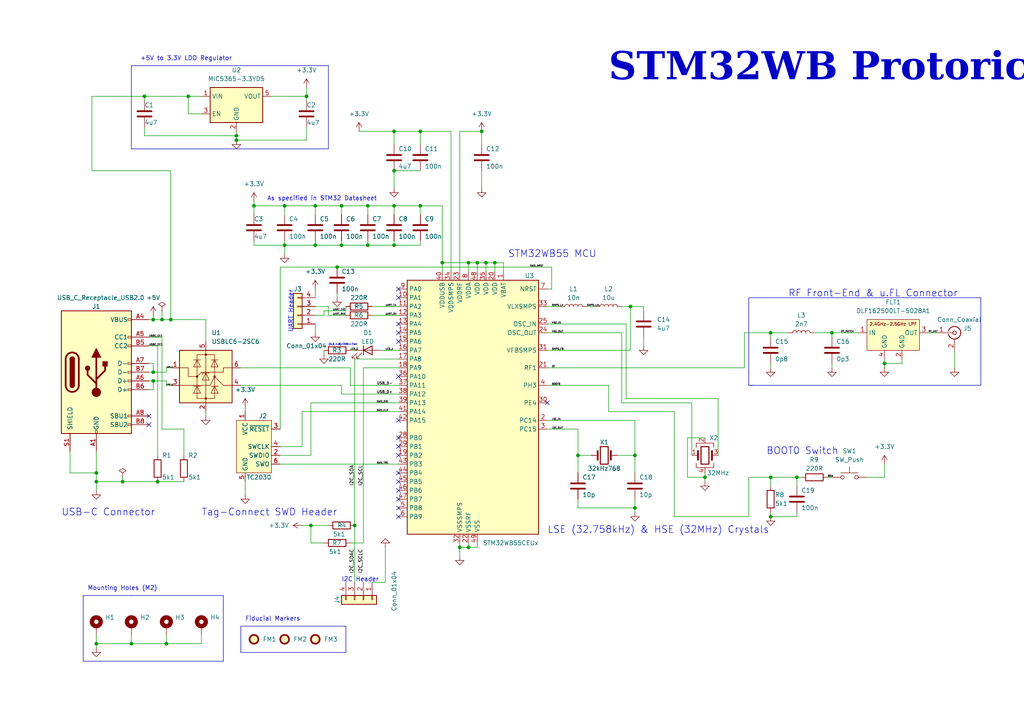
<source format=kicad_sch>
(kicad_sch (version 20230121) (generator eeschema)
  (paper "A4")
  (title_block (title "STM32 Protorico") (date "03/04/2024") (rev "A") (company "Justerico Industries"))
  (lib_symbols
    (symbol "Connector:Conn_ARM_SWD_TagConnect_TC2030" (in_bom no)
      (property "Reference" "J" (at 2.54 11.43 0))
      (property "Value" "Conn_ARM_SWD_TagConnect_TC2030" (at 5.08 8.89 0))
      (symbol "Conn_ARM_SWD_TagConnect_TC2030_0_0"
        (pin power_in line (at -2.54 10.16 270) (length 2.54) (name "VCC") (number "1"))
        (pin bidirectional line (at 7.62 -2.54 180) (length 2.54) (name "SWDIO") (number "2"))
        (pin open_collector line (at 7.62 5.08 180) (length 2.54) (name "~{RESET}") (number "3"))
        (pin output line (at 7.62 0 180) (length 2.54) (name "SWCLK") (number "4"))
        (pin power_in line (at -2.54 -10.16 90) (length 2.54) (name "GND") (number "5"))
        (pin input line (at 7.62 -5.08 180) (length 2.54) (name "SWO") (number "6"))
      )
    )
    (symbol "Connector:Conn_Coaxial" (pin_names (offset 1.016) hide)
      (property "Reference" "J" (at 0.254 3.048 0))
      (property "Value" "Conn_Coaxial" (at 2.921 0 90))
      (symbol "Conn_Coaxial_1_1"
        (pin passive line (at -5.08 0 0) (length 2.54) (name "In") (number "1"))
        (pin passive line (at 0 -5.08 90) (length 2.54) (name "Ext") (number "2"))
      )
    )
    (symbol "Connector:USB_C_Receptacle_USB2.0" (pin_names (offset 1.016))
      (property "Reference" "J" (at -10.16 19.05 0))
      (property "Value" "USB_C_Receptacle_USB2.0" (at 19.05 19.05 0))
      (symbol "USB_C_Receptacle_USB2.0_1_1"
        (pin passive line (at 0 -22.86 90) (length 5.08) (name "GND") (number "A1"))
        (pin passive line (at 0 -22.86 90) (length 5.08) hide (name "GND") (number "A12"))
        (pin passive line (at 15.24 15.24 180) (length 5.08) (name "VBUS") (number "A4"))
        (pin bidirectional line (at 15.24 10.16 180) (length 5.08) (name "CC1") (number "A5"))
        (pin bidirectional line (at 15.24 -2.54 180) (length 5.08) (name "D+") (number "A6"))
        (pin bidirectional line (at 15.24 2.54 180) (length 5.08) (name "D-") (number "A7"))
        (pin bidirectional line (at 15.24 -12.7 180) (length 5.08) (name "SBU1") (number "A8"))
        (pin passive line (at 15.24 15.24 180) (length 5.08) hide (name "VBUS") (number "A9"))
        (pin passive line (at 0 -22.86 90) (length 5.08) hide (name "GND") (number "B1"))
        (pin passive line (at 0 -22.86 90) (length 5.08) hide (name "GND") (number "B12"))
        (pin passive line (at 15.24 15.24 180) (length 5.08) hide (name "VBUS") (number "B4"))
        (pin bidirectional line (at 15.24 7.62 180) (length 5.08) (name "CC2") (number "B5"))
        (pin bidirectional line (at 15.24 -5.08 180) (length 5.08) (name "D+") (number "B6"))
        (pin bidirectional line (at 15.24 0 180) (length 5.08) (name "D-") (number "B7"))
        (pin bidirectional line (at 15.24 -15.24 180) (length 5.08) (name "SBU2") (number "B8"))
        (pin passive line (at 15.24 15.24 180) (length 5.08) hide (name "VBUS") (number "B9"))
        (pin passive line (at -7.62 -22.86 90) (length 5.08) (name "SHIELD") (number "S1"))
      )
    )
    (symbol "Connector_Generic:Conn_01x04" (pin_names (offset 1.016) hide)
      (property "Reference" "J" (at 0 5.08 0))
      (property "Value" "Conn_01x04" (at 0 -7.62 0))
      (symbol "Conn_01x04_1_1"
        (pin passive line (at -5.08 2.54 0) (length 3.81) (name "Pin_1") (number "1"))
        (pin passive line (at -5.08 0 0) (length 3.81) (name "Pin_2") (number "2"))
        (pin passive line (at -5.08 -2.54 0) (length 3.81) (name "Pin_3") (number "3"))
        (pin passive line (at -5.08 -5.08 0) (length 3.81) (name "Pin_4") (number "4"))
      )
    )
    (symbol "Device:C" (pin_numbers hide) (pin_names (offset 0.254))
      (property "Reference" "C" (at 0.635 2.54 0))
      (property "Value" "C" (at 0.635 -2.54 0))
      (symbol "C_1_1"
        (pin passive line (at 0 3.81 270) (length 2.794) (name "~") (number "1"))
        (pin passive line (at 0 -3.81 90) (length 2.794) (name "~") (number "2"))
      )
    )
    (symbol "Device:Crystal" (pin_numbers hide) (pin_names (offset 1.016) hide)
      (property "Reference" "Y" (at 0 3.81 0))
      (property "Value" "Crystal" (at 0 -3.81 0))
      (symbol "Crystal_1_1"
        (pin passive line (at -3.81 0 0) (length 1.27) (name "1") (number "1"))
        (pin passive line (at 3.81 0 180) (length 1.27) (name "2") (number "2"))
      )
    )
    (symbol "Device:Crystal_GND24" (pin_names (offset 1.016) hide)
      (property "Reference" "Y" (at 3.175 5.08 0))
      (property "Value" "Crystal_GND24" (at 3.175 3.175 0))
      (symbol "Crystal_GND24_1_1"
        (pin passive line (at -3.81 0 0) (length 1.27) (name "1") (number "1"))
        (pin passive line (at 0 5.08 270) (length 1.27) (name "2") (number "2"))
        (pin passive line (at 3.81 0 180) (length 1.27) (name "3") (number "3"))
        (pin passive line (at 0 -5.08 90) (length 1.27) (name "4") (number "4"))
      )
    )
    (symbol "Device:L" (pin_numbers hide) (pin_names (offset 1.016) hide)
      (property "Reference" "L" (at -1.27 0 90))
      (property "Value" "L" (at 1.905 0 90))
      (symbol "L_1_1"
        (pin passive line (at 0 3.81 270) (length 1.27) (name "1") (number "1"))
        (pin passive line (at 0 -3.81 90) (length 1.27) (name "2") (number "2"))
      )
    )
    (symbol "Device:LED" (pin_numbers hide) (pin_names (offset 1.016) hide)
      (property "Reference" "D" (at 0 2.54 0))
      (property "Value" "LED" (at 0 -2.54 0))
      (symbol "LED_1_1"
        (pin passive line (at -3.81 0 0) (length 2.54) (name "K") (number "1"))
        (pin passive line (at 3.81 0 180) (length 2.54) (name "A") (number "2"))
      )
    )
    (symbol "Device:R" (pin_numbers hide) (pin_names (offset 0))
      (property "Reference" "R" (at 2.032 0 90))
      (property "Value" "R" (at 0 0 90))
      (symbol "R_1_1"
        (pin passive line (at 0 3.81 270) (length 1.27) (name "~") (number "1"))
        (pin passive line (at 0 -3.81 90) (length 1.27) (name "~") (number "2"))
      )
    )
    (symbol "MCU_ST_STM32WB:STM32WB55CEUx"
      (property "Reference" "U" (at -17.78 39.37 0))
      (property "Value" "STM32WB55CEUx" (at 12.7 39.37 0))
      (symbol "STM32WB55CEUx_1_1"
        (pin power_in line (at -7.62 40.64 270) (length 2.54) (name "VBAT") (number "1"))
        (pin bidirectional line (at 22.86 33.02 180) (length 2.54) (name "PA1") (number "10"))
        (pin bidirectional line (at 22.86 30.48 180) (length 2.54) (name "PA2") (number "11"))
        (pin bidirectional line (at 22.86 27.94 180) (length 2.54) (name "PA3") (number "12"))
        (pin bidirectional line (at 22.86 25.4 180) (length 2.54) (name "PA4") (number "13"))
        (pin bidirectional line (at 22.86 22.86 180) (length 2.54) (name "PA5") (number "14"))
        (pin bidirectional line (at 22.86 20.32 180) (length 2.54) (name "PA6") (number "15"))
        (pin bidirectional line (at 22.86 17.78 180) (length 2.54) (name "PA7") (number "16"))
        (pin bidirectional line (at 22.86 15.24 180) (length 2.54) (name "PA8") (number "17"))
        (pin bidirectional line (at 22.86 12.7 180) (length 2.54) (name "PA9") (number "18"))
        (pin bidirectional line (at 22.86 -12.7 180) (length 2.54) (name "PB2") (number "19"))
        (pin bidirectional line (at -20.32 -2.54 0) (length 2.54) (name "PC14") (number "2"))
        (pin power_in line (at -5.08 40.64 270) (length 2.54) (name "VDD") (number "20"))
        (pin bidirectional line (at -20.32 12.7 0) (length 2.54) (name "RF1") (number "21"))
        (pin power_in line (at 2.54 -38.1 90) (length 2.54) (name "VSSRF") (number "22"))
        (pin power_in line (at 5.08 40.64 270) (length 2.54) (name "VDDRF") (number "23"))
        (pin input line (at -20.32 22.86 0) (length 2.54) (name "OSC_OUT") (number "24"))
        (pin input line (at -20.32 25.4 0) (length 2.54) (name "OSC_IN") (number "25"))
        (pin no_connect line (at -17.78 -35.56 0) (length 2.54) hide (name "AT0") (number "26"))
        (pin no_connect line (at -17.78 -33.02 0) (length 2.54) hide (name "AT1") (number "27"))
        (pin bidirectional line (at 22.86 -7.62 180) (length 2.54) (name "PB0") (number "28"))
        (pin bidirectional line (at 22.86 -10.16 180) (length 2.54) (name "PB1") (number "29"))
        (pin bidirectional line (at -20.32 -5.08 0) (length 2.54) (name "PC15") (number "3"))
        (pin bidirectional line (at -20.32 2.54 0) (length 2.54) (name "PE4") (number "30"))
        (pin input line (at -20.32 17.78 0) (length 2.54) (name "VFBSMPS") (number "31"))
        (pin power_in line (at 5.08 -38.1 90) (length 2.54) (name "VSSSMPS") (number "32"))
        (pin power_in line (at -20.32 30.48 0) (length 2.54) (name "VLXSMPS") (number "33"))
        (pin power_in line (at 7.62 40.64 270) (length 2.54) (name "VDDSMPS") (number "34"))
        (pin power_in line (at -2.54 40.64 270) (length 2.54) (name "VDD") (number "35"))
        (pin bidirectional line (at 22.86 10.16 180) (length 2.54) (name "PA10") (number "36"))
        (pin bidirectional line (at 22.86 7.62 180) (length 2.54) (name "PA11") (number "37"))
        (pin bidirectional line (at 22.86 5.08 180) (length 2.54) (name "PA12") (number "38"))
        (pin bidirectional line (at 22.86 2.54 180) (length 2.54) (name "PA13") (number "39"))
        (pin bidirectional line (at -20.32 7.62 0) (length 2.54) (name "PH3") (number "4"))
        (pin power_in line (at 10.16 40.64 270) (length 2.54) (name "VDDUSB") (number "40"))
        (pin bidirectional line (at 22.86 0 180) (length 2.54) (name "PA14") (number "41"))
        (pin bidirectional line (at 22.86 -2.54 180) (length 2.54) (name "PA15") (number "42"))
        (pin bidirectional line (at 22.86 -15.24 180) (length 2.54) (name "PB3") (number "43"))
        (pin bidirectional line (at 22.86 -17.78 180) (length 2.54) (name "PB4") (number "44"))
        (pin bidirectional line (at 22.86 -20.32 180) (length 2.54) (name "PB5") (number "45"))
        (pin bidirectional line (at 22.86 -22.86 180) (length 2.54) (name "PB6") (number "46"))
        (pin bidirectional line (at 22.86 -25.4 180) (length 2.54) (name "PB7") (number "47"))
        (pin power_in line (at 0 40.64 270) (length 2.54) (name "VDD") (number "48"))
        (pin power_in line (at 0 -38.1 90) (length 2.54) (name "VSS") (number "49"))
        (pin bidirectional line (at 22.86 -27.94 180) (length 2.54) (name "PB8") (number "5"))
        (pin bidirectional line (at 22.86 -30.48 180) (length 2.54) (name "PB9") (number "6"))
        (pin input line (at -20.32 35.56 0) (length 2.54) (name "NRST") (number "7"))
        (pin power_in line (at 2.54 40.64 270) (length 2.54) (name "VDDA") (number "8"))
        (pin bidirectional line (at 22.86 35.56 180) (length 2.54) (name "PA0") (number "9"))
      )
    )
    (symbol "Mechanical:Fiducial"
      (property "Reference" "FID" (at 0 5.08 0))
      (property "Value" "Fiducial" (at 0 3.175 0))
    )
    (symbol "Mechanical:MountingHole_Pad" (pin_numbers hide) (pin_names (offset 1.016) hide)
      (property "Reference" "H" (at 0 6.35 0))
      (property "Value" "MountingHole_Pad" (at 0 4.445 0))
      (symbol "MountingHole_Pad_1_1"
        (pin input line (at 0 -2.54 90) (length 2.54) (name "1") (number "1"))
      )
    )
    (symbol "Regulator_Linear:MIC5365-3.3YD5"
      (property "Reference" "U" (at -7.62 6.35 0))
      (property "Value" "MIC5365-3.3YD5" (at 0 6.35 0))
      (symbol "MIC5365-3.3YD5_1_1"
        (pin power_in line (at -10.16 2.54 0) (length 2.54) (name "VIN") (number "1"))
        (pin power_in line (at 0 -7.62 90) (length 2.54) (name "GND") (number "2"))
        (pin input line (at -10.16 -2.54 0) (length 2.54) (name "EN") (number "3"))
        (pin no_connect line (at 7.62 -2.54 180) (length 2.54) hide (name "NC") (number "4"))
        (pin power_out line (at 10.16 2.54 180) (length 2.54) (name "VOUT") (number "5"))
      )
    )
    (symbol "STM_MCU:DLF162500LT-5028A1"
      (property "Reference" "FLT" (at 0 3.81 0))
      (property "Value" "DLF162500LT-5028A1" (at 0 10.16 0))
      (symbol "DLF162500LT-5028A1_0_0"
        (pin passive line (at -10.16 -1.27 0) (length 2.54) (name "IN") (number "1"))
        (pin passive line (at 2.54 -8.89 90) (length 2.54) (name "GND") (number "2"))
        (pin passive line (at 10.16 -1.27 180) (length 2.54) (name "OUT") (number "3"))
        (pin passive line (at -2.54 -8.89 90) (length 2.54) (name "GND") (number "4"))
      )
      (symbol "DLF162500LT-5028A1_1_1"
        (text "2.4GHz-2.5GHz LPF" (at 0 1.27 0) (effects (font (size 0.9 0.9))))
      )
    )
    (symbol "STM_MCU:USBLC6-2SC6" (pin_names hide)
      (property "Reference" "U" (at 2.54 8.89 0))
      (property "Value" "USBLC6-2SC6" (at 2.54 -8.89 0))
      (symbol "USBLC6-2SC6_1_1"
        (pin passive line (at -10.16 2.54 0) (length 2.54) (name "I/O1") (number "1"))
        (pin passive line (at 0 -10.16 90) (length 2.54) (name "GND") (number "2"))
        (pin passive line (at -10.16 -2.54 0) (length 2.54) (name "I/O2") (number "3"))
        (pin passive line (at 10.16 -2.54 180) (length 2.54) (name "I/O2") (number "4"))
        (pin passive line (at 0 10.16 270) (length 2.54) (name "VBUS") (number "5"))
        (pin passive line (at 10.16 2.54 180) (length 2.54) (name "I/O1") (number "6"))
      )
    )
    (symbol "Switch:SW_Push" (pin_numbers hide) (pin_names (offset 1.016) hide)
      (property "Reference" "SW" (at 1.27 2.54 0))
      (property "Value" "SW_Push" (at 0 -1.524 0))
      (symbol "SW_Push_0_1"
        (pin passive line (at -5.08 0 0) (length 2.54) (name "1") (number "1"))
        (pin passive line (at 5.08 0 180) (length 2.54) (name "2") (number "2"))
      )
    )
    (symbol "power:+3.3V" (power) (pin_names (offset 0))
      (property "Value" "+3.3V" (at 0 3.556 0))
      (symbol "+3.3V_1_1"
        (pin power_in line (at 0 0 90) (length 0) hide (name "+3.3V") (number "1"))
      )
    )
    (symbol "power:+5V" (power) (pin_names (offset 0))
      (property "Value" "+5V" (at 0 3.556 0))
      (symbol "+5V_1_1"
        (pin power_in line (at 0 0 90) (length 0) hide (name "+5V") (number "1"))
      )
    )
    (symbol "power:GND" (power) (pin_names (offset 0))
      (property "Value" "GND" (at 0 -3.81 0))
      (symbol "GND_1_1"
        (pin power_in line (at 0 0 270) (length 0) hide (name "GND") (number "1"))
      )
    )
    (symbol "power:PWR_FLAG" (power) (pin_numbers hide) (pin_names (offset 0) hide)
      (property "Value" "PWR_FLAG" (at 0 3.81 0))
      (symbol "PWR_FLAG_0_0"
        (pin power_out line (at 0 0 90) (length 0) (name "pwr") (number "1"))
      )
    )
  )
  (junction (at 140.97 76.2))
  (junction (at 73.66 59.69))
  (junction (at 97.79 77.47))
  (junction (at 68.58 40.64))
  (junction (at 90.17 152.4))
  (junction (at 223.52 149.86))
  (junction (at 121.92 38.1))
  (junction (at 46.99 92.71))
  (junction (at 38.1 186.69))
  (junction (at 138.43 76.2))
  (junction (at 106.68 59.69))
  (junction (at 44.45 110.49))
  (junction (at 106.68 71.12))
  (junction (at 45.72 139.7))
  (junction (at 223.52 138.43))
  (junction (at 82.55 59.69))
  (junction (at 114.3 38.1))
  (junction (at 49.53 92.71))
  (junction (at 241.3 96.52))
  (junction (at 91.44 59.69))
  (junction (at 135.89 76.2))
  (junction (at 128.27 76.2))
  (junction (at 135.89 158.75))
  (junction (at 184.15 147.32))
  (junction (at 256.54 105.41))
  (junction (at 91.44 71.12))
  (junction (at 143.51 76.2))
  (junction (at 114.3 59.69))
  (junction (at 48.26 186.69))
  (junction (at 167.64 132.08))
  (junction (at 54.61 27.94))
  (junction (at 35.56 139.7))
  (junction (at 68.58 39.37))
  (junction (at 139.7 38.1))
  (junction (at 204.47 138.43))
  (junction (at 27.94 139.7))
  (junction (at 99.06 59.69))
  (junction (at 121.92 59.69))
  (junction (at 223.52 96.52))
  (junction (at 182.88 88.9))
  (junction (at 44.45 107.95))
  (junction (at 231.14 138.43))
  (junction (at 133.35 158.75))
  (junction (at 27.94 137.16))
  (junction (at 114.3 49.53))
  (junction (at 184.15 132.08))
  (junction (at 82.55 71.12))
  (junction (at 99.06 71.12))
  (junction (at 88.9 27.94))
  (junction (at 27.94 186.69))
  (junction (at 102.87 152.4))
  (junction (at 41.91 27.94))
  (junction (at 44.45 92.71))
  (junction (at 114.3 71.12))
  (no_connect (at 115.57 149.86))
  (no_connect (at 115.57 93.98))
  (no_connect (at 43.18 120.65))
  (no_connect (at 115.57 86.36))
  (no_connect (at 115.57 137.16))
  (no_connect (at 115.57 144.78))
  (no_connect (at 115.57 142.24))
  (no_connect (at 158.75 116.84))
  (no_connect (at 115.57 96.52))
  (no_connect (at 115.57 99.06))
  (no_connect (at 43.18 123.19))
  (no_connect (at 115.57 127))
  (no_connect (at 115.57 139.7))
  (no_connect (at 115.57 147.32))
  (no_connect (at 115.57 129.54))
  (no_connect (at 115.57 83.82))
  (no_connect (at 115.57 109.22))
  (no_connect (at 115.57 121.92))
  (no_connect (at 115.57 132.08))
  (polyline (pts (xy 69.85 181.61) (xy 100.33 181.61)))
  (wire (pts (xy 91.44 69.85) (xy 91.44 71.12)))
  (wire (pts (xy 158.75 111.76) (xy 176.53 111.76)))
  (wire (pts (xy 99.06 62.23) (xy 99.06 59.69)))
  (wire (pts (xy 95.25 88.9) (xy 91.44 88.9)))
  (polyline (pts (xy 64.77 191.77) (xy 24.13 191.77)))
  (wire (pts (xy 48.26 106.68) (xy 49.53 106.68)))
  (wire (pts (xy 146.05 78.74) (xy 146.05 76.2)))
  (wire (pts (xy 240.03 138.43) (xy 241.3 138.43)))
  (wire (pts (xy 44.45 105.41) (xy 44.45 107.95)))
  (wire (pts (xy 121.92 38.1) (xy 130.81 38.1)))
  (wire (pts (xy 133.35 38.1) (xy 139.7 38.1)))
  (wire (pts (xy 81.28 134.62) (xy 115.57 134.62)))
  (wire (pts (xy 138.43 76.2) (xy 135.89 76.2)))
  (wire (pts (xy 27.94 139.7) (xy 27.94 142.24)))
  (wire (pts (xy 99.06 69.85) (xy 99.06 71.12)))
  (wire (pts (xy 130.81 38.1) (xy 130.81 78.74)))
  (wire (pts (xy 59.69 119.38) (xy 59.69 120.65)))
  (wire (pts (xy 43.18 113.03) (xy 44.45 113.03)))
  (wire (pts (xy 58.42 33.02) (xy 54.61 33.02)))
  (wire (pts (xy 138.43 158.75) (xy 138.43 157.48)))
  (wire (pts (xy 87.63 129.54) (xy 87.63 119.38)))
  (wire (pts (xy 179.07 132.08) (xy 184.15 132.08)))
  (wire (pts (xy 54.61 33.02) (xy 54.61 27.94)))
  (wire (pts (xy 195.58 119.38) (xy 195.58 149.86)))
  (wire (pts (xy 100.33 91.44) (xy 95.25 91.44)))
  (wire (pts (xy 121.92 41.91) (xy 121.92 38.1)))
  (polyline (pts (xy 217.17 86.36) (xy 217.17 111.76)))
  (wire (pts (xy 46.99 92.71) (xy 49.53 92.71)))
  (polyline (pts (xy 95.25 43.18) (xy 95.25 19.05)))
  (wire (pts (xy 38.1 186.69) (xy 27.94 186.69)))
  (wire (pts (xy 91.44 62.23) (xy 91.44 59.69)))
  (wire (pts (xy 49.53 92.71) (xy 49.53 49.53)))
  (wire (pts (xy 114.3 59.69) (xy 121.92 59.69)))
  (wire (pts (xy 107.95 91.44) (xy 115.57 91.44)))
  (wire (pts (xy 99.06 111.76) (xy 69.85 111.76)))
  (wire (pts (xy 48.26 186.69) (xy 38.1 186.69)))
  (wire (pts (xy 46.99 90.17) (xy 46.99 92.71)))
  (wire (pts (xy 204.47 138.43) (xy 204.47 139.7)))
  (wire (pts (xy 82.55 59.69) (xy 91.44 59.69)))
  (wire (pts (xy 90.17 116.84) (xy 115.57 116.84)))
  (wire (pts (xy 269.24 96.52) (xy 271.78 96.52)))
  (wire (pts (xy 58.42 184.15) (xy 58.42 186.69)))
  (wire (pts (xy 88.9 25.4) (xy 88.9 27.94)))
  (wire (pts (xy 82.55 71.12) (xy 91.44 71.12)))
  (wire (pts (xy 41.91 27.94) (xy 41.91 29.21)))
  (wire (pts (xy 208.28 115.57) (xy 208.28 132.08)))
  (wire (pts (xy 97.79 85.09) (xy 97.79 86.36)))
  (wire (pts (xy 41.91 36.83) (xy 41.91 39.37)))
  (wire (pts (xy 184.15 147.32) (xy 184.15 148.59)))
  (wire (pts (xy 54.61 27.94) (xy 58.42 27.94)))
  (wire (pts (xy 71.12 118.11) (xy 71.12 119.38)))
  (wire (pts (xy 167.64 144.78) (xy 167.64 147.32)))
  (wire (pts (xy 101.6 111.76) (xy 101.6 106.68)))
  (wire (pts (xy 114.3 49.53) (xy 121.92 49.53)))
  (wire (pts (xy 105.41 106.68) (xy 105.41 157.48)))
  (wire (pts (xy 114.3 62.23) (xy 114.3 59.69)))
  (wire (pts (xy 186.69 88.9) (xy 186.69 90.17)))
  (polyline (pts (xy 100.33 189.23) (xy 100.33 181.61)))
  (wire (pts (xy 46.99 124.46) (xy 46.99 97.79)))
  (wire (pts (xy 143.51 78.74) (xy 143.51 76.2)))
  (wire (pts (xy 182.88 88.9) (xy 186.69 88.9)))
  (wire (pts (xy 158.75 96.52) (xy 180.34 96.52)))
  (polyline (pts (xy 284.48 111.76) (xy 284.48 86.36)))
  (polyline (pts (xy 95.25 19.05) (xy 38.1 19.05)))
  (polyline (pts (xy 38.1 19.05) (xy 38.1 43.18)))
  (wire (pts (xy 27.94 139.7) (xy 35.56 139.7)))
  (wire (pts (xy 93.98 101.6) (xy 93.98 102.87)))
  (wire (pts (xy 121.92 59.69) (xy 128.27 59.69)))
  (wire (pts (xy 48.26 184.15) (xy 48.26 186.69)))
  (wire (pts (xy 160.02 83.82) (xy 160.02 77.47)))
  (wire (pts (xy 176.53 119.38) (xy 195.58 119.38)))
  (wire (pts (xy 223.52 105.41) (xy 223.52 106.68)))
  (wire (pts (xy 251.46 138.43) (xy 256.54 138.43)))
  (wire (pts (xy 181.61 93.98) (xy 181.61 115.57)))
  (polyline (pts (xy 24.13 172.72) (xy 38.1 172.72)))
  (wire (pts (xy 256.54 104.14) (xy 256.54 105.41)))
  (wire (pts (xy 27.94 184.15) (xy 27.94 186.69)))
  (wire (pts (xy 138.43 78.74) (xy 138.43 76.2)))
  (wire (pts (xy 101.6 157.48) (xy 105.41 157.48)))
  (wire (pts (xy 167.64 147.32) (xy 184.15 147.32)))
  (wire (pts (xy 204.47 138.43) (xy 199.39 138.43)))
  (wire (pts (xy 135.89 157.48) (xy 135.89 158.75)))
  (wire (pts (xy 236.22 96.52) (xy 241.3 96.52)))
  (wire (pts (xy 87.63 119.38) (xy 115.57 119.38)))
  (wire (pts (xy 73.66 62.23) (xy 73.66 59.69)))
  (wire (pts (xy 81.28 132.08) (xy 90.17 132.08)))
  (wire (pts (xy 115.57 106.68) (xy 105.41 106.68)))
  (wire (pts (xy 101.6 111.76) (xy 115.57 111.76)))
  (polyline (pts (xy 39.37 43.18) (xy 95.25 43.18)))
  (wire (pts (xy 91.44 71.12) (xy 99.06 71.12)))
  (wire (pts (xy 93.98 157.48) (xy 90.17 157.48)))
  (wire (pts (xy 140.97 76.2) (xy 138.43 76.2)))
  (wire (pts (xy 104.14 38.1) (xy 114.3 38.1)))
  (wire (pts (xy 95.25 91.44) (xy 95.25 88.9)))
  (wire (pts (xy 128.27 59.69) (xy 128.27 76.2)))
  (wire (pts (xy 82.55 62.23) (xy 82.55 59.69)))
  (wire (pts (xy 48.26 110.49) (xy 48.26 111.76)))
  (wire (pts (xy 215.9 96.52) (xy 223.52 96.52)))
  (wire (pts (xy 100.33 90.17) (xy 100.33 88.9)))
  (wire (pts (xy 158.75 83.82) (xy 160.02 83.82)))
  (wire (pts (xy 114.3 69.85) (xy 114.3 71.12)))
  (wire (pts (xy 41.91 39.37) (xy 68.58 39.37)))
  (wire (pts (xy 73.66 71.12) (xy 82.55 71.12)))
  (wire (pts (xy 276.86 101.6) (xy 276.86 106.68)))
  (wire (pts (xy 195.58 149.86) (xy 217.17 149.86)))
  (wire (pts (xy 97.79 77.47) (xy 160.02 77.47)))
  (wire (pts (xy 73.66 58.42) (xy 73.66 59.69)))
  (wire (pts (xy 111.76 168.91) (xy 111.76 158.75)))
  (wire (pts (xy 69.85 106.68) (xy 101.6 106.68)))
  (wire (pts (xy 48.26 107.95) (xy 44.45 107.95)))
  (wire (pts (xy 43.18 92.71) (xy 44.45 92.71)))
  (wire (pts (xy 81.28 77.47) (xy 97.79 77.47)))
  (wire (pts (xy 184.15 121.92) (xy 184.15 132.08)))
  (wire (pts (xy 106.68 62.23) (xy 106.68 59.69)))
  (polyline (pts (xy 69.85 189.23) (xy 100.33 189.23)))
  (wire (pts (xy 170.18 88.9) (xy 172.72 88.9)))
  (wire (pts (xy 158.75 121.92) (xy 184.15 121.92)))
  (wire (pts (xy 45.72 139.7) (xy 53.34 139.7)))
  (wire (pts (xy 35.56 138.43) (xy 35.56 139.7)))
  (wire (pts (xy 184.15 132.08) (xy 184.15 137.16)))
  (wire (pts (xy 82.55 69.85) (xy 82.55 71.12)))
  (wire (pts (xy 48.26 111.76) (xy 49.53 111.76)))
  (wire (pts (xy 53.34 124.46) (xy 46.99 124.46)))
  (wire (pts (xy 135.89 78.74) (xy 135.89 76.2)))
  (wire (pts (xy 26.67 27.94) (xy 41.91 27.94)))
  (wire (pts (xy 158.75 88.9) (xy 162.56 88.9)))
  (wire (pts (xy 115.57 104.14) (xy 102.87 104.14)))
  (wire (pts (xy 82.55 71.12) (xy 82.55 73.66)))
  (wire (pts (xy 88.9 29.21) (xy 88.9 27.94)))
  (polyline (pts (xy 24.13 191.77) (xy 24.13 172.72)))
  (wire (pts (xy 167.64 124.46) (xy 167.64 132.08)))
  (wire (pts (xy 133.35 157.48) (xy 133.35 158.75)))
  (wire (pts (xy 199.39 127) (xy 204.47 127)))
  (wire (pts (xy 158.75 93.98) (xy 181.61 93.98)))
  (wire (pts (xy 90.17 152.4) (xy 95.25 152.4)))
  (wire (pts (xy 87.63 152.4) (xy 90.17 152.4)))
  (wire (pts (xy 91.44 59.69) (xy 99.06 59.69)))
  (wire (pts (xy 90.17 132.08) (xy 90.17 116.84)))
  (wire (pts (xy 90.17 157.48) (xy 90.17 152.4)))
  (wire (pts (xy 184.15 147.32) (xy 184.15 144.78)))
  (polyline (pts (xy 217.17 86.36) (xy 284.48 86.36)))
  (wire (pts (xy 107.95 88.9) (xy 115.57 88.9)))
  (wire (pts (xy 38.1 184.15) (xy 38.1 186.69)))
  (wire (pts (xy 59.69 92.71) (xy 59.69 99.06)))
  (wire (pts (xy 102.87 104.14) (xy 102.87 152.4)))
  (wire (pts (xy 223.52 96.52) (xy 223.52 97.79)))
  (wire (pts (xy 114.3 38.1) (xy 114.3 41.91)))
  (wire (pts (xy 261.62 104.14) (xy 261.62 105.41)))
  (wire (pts (xy 133.35 78.74) (xy 133.35 38.1)))
  (wire (pts (xy 93.98 91.44) (xy 93.98 90.17)))
  (wire (pts (xy 121.92 62.23) (xy 121.92 59.69)))
  (polyline (pts (xy 64.77 172.72) (xy 64.77 191.77)))
  (wire (pts (xy 106.68 71.12) (xy 99.06 71.12)))
  (wire (pts (xy 181.61 115.57) (xy 208.28 115.57)))
  (wire (pts (xy 49.53 49.53) (xy 26.67 49.53)))
  (wire (pts (xy 217.17 138.43) (xy 223.52 138.43)))
  (wire (pts (xy 99.06 114.3) (xy 99.06 111.76)))
  (wire (pts (xy 43.18 105.41) (xy 44.45 105.41)))
  (wire (pts (xy 88.9 36.83) (xy 88.9 40.64)))
  (polyline (pts (xy 217.17 111.76) (xy 284.48 111.76)))
  (wire (pts (xy 91.44 91.44) (xy 93.98 91.44)))
  (wire (pts (xy 45.72 100.33) (xy 43.18 100.33)))
  (wire (pts (xy 81.28 77.47) (xy 81.28 124.46)))
  (wire (pts (xy 223.52 138.43) (xy 231.14 138.43)))
  (wire (pts (xy 215.9 106.68) (xy 215.9 96.52)))
  (wire (pts (xy 139.7 49.53) (xy 139.7 54.61)))
  (wire (pts (xy 35.56 139.7) (xy 45.72 139.7)))
  (wire (pts (xy 256.54 138.43) (xy 256.54 134.62)))
  (wire (pts (xy 114.3 71.12) (xy 106.68 71.12)))
  (wire (pts (xy 44.45 91.44) (xy 44.45 92.71)))
  (wire (pts (xy 231.14 149.86) (xy 223.52 149.86)))
  (wire (pts (xy 81.28 129.54) (xy 87.63 129.54)))
  (wire (pts (xy 158.75 101.6) (xy 182.88 101.6)))
  (wire (pts (xy 91.44 93.98) (xy 91.44 96.52)))
  (wire (pts (xy 102.87 152.4) (xy 102.87 168.91)))
  (wire (pts (xy 182.88 101.6) (xy 182.88 88.9)))
  (wire (pts (xy 180.34 96.52) (xy 180.34 116.84)))
  (wire (pts (xy 256.54 105.41) (xy 256.54 106.68)))
  (wire (pts (xy 121.92 69.85) (xy 121.92 71.12)))
  (wire (pts (xy 199.39 138.43) (xy 199.39 127)))
  (wire (pts (xy 46.99 97.79) (xy 43.18 97.79)))
  (wire (pts (xy 44.45 107.95) (xy 43.18 107.95)))
  (wire (pts (xy 128.27 78.74) (xy 128.27 76.2)))
  (wire (pts (xy 180.34 116.84) (xy 200.66 116.84)))
  (wire (pts (xy 78.74 27.94) (xy 88.9 27.94)))
  (wire (pts (xy 223.52 96.52) (xy 228.6 96.52)))
  (wire (pts (xy 73.66 59.69) (xy 82.55 59.69)))
  (wire (pts (xy 93.98 90.17) (xy 100.33 90.17)))
  (wire (pts (xy 27.94 137.16) (xy 27.94 139.7)))
  (wire (pts (xy 223.52 148.59) (xy 223.52 149.86)))
  (polyline (pts (xy 217.17 111.76) (xy 218.44 111.76)))
  (wire (pts (xy 44.45 92.71) (xy 46.99 92.71)))
  (wire (pts (xy 27.94 186.69) (xy 27.94 187.96)))
  (wire (pts (xy 200.66 116.84) (xy 200.66 132.08)))
  (wire (pts (xy 158.75 106.68) (xy 215.9 106.68)))
  (wire (pts (xy 53.34 132.08) (xy 53.34 124.46)))
  (wire (pts (xy 71.12 139.7) (xy 71.12 143.51)))
  (wire (pts (xy 106.68 59.69) (xy 114.3 59.69)))
  (wire (pts (xy 88.9 40.64) (xy 68.58 40.64)))
  (wire (pts (xy 27.94 130.81) (xy 27.94 137.16)))
  (wire (pts (xy 49.53 92.71) (xy 59.69 92.71)))
  (wire (pts (xy 167.64 132.08) (xy 171.45 132.08)))
  (wire (pts (xy 133.35 161.29) (xy 133.35 158.75)))
  (wire (pts (xy 241.3 96.52) (xy 248.92 96.52)))
  (wire (pts (xy 121.92 38.1) (xy 114.3 38.1)))
  (wire (pts (xy 107.95 168.91) (xy 111.76 168.91)))
  (wire (pts (xy 176.53 111.76) (xy 176.53 119.38)))
  (wire (pts (xy 48.26 106.68) (xy 48.26 107.95)))
  (wire (pts (xy 261.62 105.41) (xy 256.54 105.41)))
  (wire (pts (xy 45.72 132.08) (xy 45.72 100.33)))
  (wire (pts (xy 135.89 158.75) (xy 138.43 158.75)))
  (wire (pts (xy 101.6 101.6) (xy 102.87 101.6)))
  (wire (pts (xy 68.58 39.37) (xy 68.58 40.64)))
  (wire (pts (xy 143.51 76.2) (xy 140.97 76.2)))
  (wire (pts (xy 204.47 137.16) (xy 204.47 138.43)))
  (wire (pts (xy 99.06 114.3) (xy 115.57 114.3)))
  (wire (pts (xy 20.32 130.81) (xy 20.32 137.16)))
  (wire (pts (xy 106.68 69.85) (xy 106.68 71.12)))
  (wire (pts (xy 114.3 49.53) (xy 114.3 54.61)))
  (wire (pts (xy 223.52 138.43) (xy 223.52 140.97)))
  (wire (pts (xy 186.69 97.79) (xy 186.69 100.33)))
  (wire (pts (xy 146.05 76.2) (xy 143.51 76.2)))
  (wire (pts (xy 44.45 110.49) (xy 48.26 110.49)))
  (wire (pts (xy 99.06 59.69) (xy 106.68 59.69)))
  (wire (pts (xy 26.67 49.53) (xy 26.67 27.94)))
  (wire (pts (xy 231.14 138.43) (xy 231.14 140.97)))
  (wire (pts (xy 20.32 137.16) (xy 27.94 137.16)))
  (wire (pts (xy 110.49 101.6) (xy 115.57 101.6)))
  (wire (pts (xy 231.14 138.43) (xy 232.41 138.43)))
  (wire (pts (xy 158.75 124.46) (xy 167.64 124.46)))
  (wire (pts (xy 41.91 27.94) (xy 54.61 27.94)))
  (wire (pts (xy 73.66 69.85) (xy 73.66 71.12)))
  (wire (pts (xy 43.18 110.49) (xy 44.45 110.49)))
  (wire (pts (xy 180.34 88.9) (xy 182.88 88.9)))
  (wire (pts (xy 139.7 38.1) (xy 139.7 41.91)))
  (wire (pts (xy 58.42 186.69) (xy 48.26 186.69)))
  (wire (pts (xy 44.45 113.03) (xy 44.45 110.49)))
  (wire (pts (xy 241.3 105.41) (xy 241.3 106.68)))
  (wire (pts (xy 167.64 132.08) (xy 167.64 137.16)))
  (wire (pts (xy 68.58 38.1) (xy 68.58 39.37)))
  (wire (pts (xy 231.14 148.59) (xy 231.14 149.86)))
  (wire (pts (xy 128.27 76.2) (xy 135.89 76.2)))
  (wire (pts (xy 241.3 96.52) (xy 241.3 97.79)))
  (polyline (pts (xy 38.1 172.72) (xy 64.77 172.72)))
  (polyline (pts (xy 38.1 43.18) (xy 39.37 43.18)))
  (wire (pts (xy 140.97 78.74) (xy 140.97 76.2)))
  (polyline (pts (xy 69.85 181.61) (xy 69.85 189.23)))
  (wire (pts (xy 91.44 83.82) (xy 91.44 86.36)))
  (wire (pts (xy 133.35 158.75) (xy 135.89 158.75)))
  (wire (pts (xy 217.17 149.86) (xy 217.17 138.43)))
  (wire (pts (xy 121.92 71.12) (xy 114.3 71.12)))
  (text "As specified in STM32 Datasheet" (at 77.47 58.42 0) (effects (font (size 1.27 1.27)) (justify left bottom)))
  (text "USB-C Connector\n" (at 17.78 149.86 0) (effects (font (size 2 2)) (justify left bottom)))
  (text "Fiducial Markers" (at 71.12 180.34 0) (effects (font (size 1.27 1.27)) (justify left bottom)))
  (text "BOOT0 Switch" (at 222.25 132.08 0) (effects (font (size 2 2)) (justify left bottom)))
  (text "STM32WB55 MCU" (at 147.32 74.93 0) (effects (font (size 2 2)) (justify left bottom)))
  (text "I2C Header" (at 99.06 168.91 0) (effects (font (size 1.27 1.27)) (justify left bottom)))
  (text "+5V to 3.3V LDO Regulator" (at 40.64 17.78 0) (effects (font (size 1.27 1.27)) (justify left bottom)))
  (text "Mounting Holes (M2)" (at 25.4 171.45 0) (effects (font (size 1.27 1.27)) (justify left bottom)))
  (text "UART Header" (at 85.09 96.52 90) (effects (font (size 1.27 1.27)) (justify left bottom)))
  (text "STM32WB Protorico" (at 176.53 26.67 0) (effects (font (size 8 8) (thickness 0.8) bold) (justify left bottom)))
  (text "RF Front-End & u.FL Connector" (at 228.6 86.36 0) (effects (font (size 2 2)) (justify left bottom)))
  (text "(3.3-1.8)/220~=7mA" (at 95.25 100.33 0) (effects (font (size 0.5 0.5)) (justify left bottom)))
  (text "LSE (32.758kHz) & HSE (32MHz) Crystals" (at 158.75 154.94 0) (effects (font (size 2 2)) (justify left bottom)))
  (text "Tag-Connect SWD Header" (at 58.42 149.86 0) (effects (font (size 2 2)) (justify left bottom)))
  (label "LSE_OUT" (at 160.02 124.46 0) (effects (font (size 0.5 0.5))))
  (label "USBC_CC1" (at 43.18 97.79 0) (effects (font (size 0.5 0.5))))
  (label "USB_D+" (at 109.22 114.3 0) (effects (font (size 0.75 0.75))))
  (label "USBC_D+" (at 48.26 111.76 0) (effects (font (size 0.3 0.3))))
  (label "SMPS_LX" (at 160.02 88.9 0) (effects (font (size 0.5 0.5))))
  (label "HSE_OUT" (at 160.02 96.52 0) (effects (font (size 0.5 0.5))))
  (label "I2C_SCLC" (at 105.41 166.37 90) (effects (font (size 1 1))))
  (label "USBC_CC2" (at 43.18 100.33 0) (effects (font (size 0.5 0.5))))
  (label "RF_ANT" (at 269.24 96.52 0) (effects (font (size 0.5 0.5))))
  (label "SWD_TRC" (at 109.22 134.62 0) (effects (font (size 0.5 0.5))))
  (label "I2C_SDA" (at 102.87 140.97 90) (effects (font (size 1 1))))
  (label "SWD_CLK" (at 109.22 119.38 0) (effects (font (size 0.5 0.5))))
  (label "UART_RXC" (at 96.52 91.44 0) (effects (font (size 0.5 0.5))))
  (label "SWD_NRST" (at 153.67 77.47 0) (effects (font (size 0.5 0.5))))
  (label "UART_RX" (at 111.76 91.44 0) (effects (font (size 0.5 0.5))))
  (label "HSE_IN" (at 160.02 93.98 0) (effects (font (size 0.5 0.5))))
  (label "SMPS_FB" (at 160.02 101.6 0) (effects (font (size 0.5 0.5))))
  (label "RF_MATCH" (at 243.84 96.52 0) (effects (font (size 0.5 0.5))))
  (label "I2C_SDAC" (at 102.87 166.37 90) (effects (font (size 1 1))))
  (label "RF" (at 160.02 106.68 0) (effects (font (size 0.5 0.5))))
  (label "USB_D-" (at 109.22 111.76 0) (effects (font (size 0.75 0.75))))
  (label "UART_TX" (at 111.76 88.9 0) (effects (font (size 0.5 0.5))))
  (label "USBC_D-" (at 48.26 106.68 0) (effects (font (size 0.3 0.3))))
  (label "BSW" (at 240.03 138.43 0) (effects (font (size 0.5 0.5))))
  (label "UART_TXC" (at 96.52 90.17 0) (effects (font (size 0.5 0.5))))
  (label "BOOT0" (at 160.02 111.76 0) (effects (font (size 0.5 0.5))))
  (label "I2C_SCL" (at 105.41 140.97 90) (effects (font (size 1 1))))
  (label "SWD_DIO" (at 109.22 116.84 0) (effects (font (size 0.5 0.5))))
  (label "LED_A" (at 111.76 101.6 0) (effects (font (size 0.5 0.5))))
  (label "LED_C" (at 101.6 101.6 0) (effects (font (size 0.5 0.5))))
  (label "LSE_IN" (at 160.02 121.92 0) (effects (font (size 0.5 0.5))))
  (label "SMPS_LXL" (at 170.18 88.9 0) (effects (font (size 0.5 0.5))))
  (symbol (lib_id "Device:C") (at 184.15 140.97 0) (unit 1)
    (property "Reference" "C18" (at 185.42 138.43 0) (effects (justify left)))
    (property "Value" "10p" (at 185.42 143.51 0) (effects (justify left)))
    (property "Footprint" "Capacitor_SMD:C_0402_1005Metric" (effects hide))
    (property "Distributer Link" "https://www.mouser.com/ProductDetail/KYOCERA-AVX/04025A100JAT4A?qs=ZwvTZoB9SO9xQJ735IqqZg%3D%3D" (effects hide))
    (property "Manufacturer" "KYOCERA AVX" (effects hide))
    (property "Manufacturer Part Number" "04025A100JAT4A" (effects hide))
  )
  (symbol (lib_id "Device:C") (at 114.3 45.72 0) (unit 1)
    (property "Reference" "C10" (at 115.57 43.18 0) (effects (justify left)))
    (property "Value" "4u7" (at 115.57 48.26 0) (effects (justify left)))
    (property "Footprint" "Capacitor_SMD:C_0603_1608Metric" (effects hide))
    (property "Distributer Link" "https://www.mouser.com/ProductDetail/KYOCERA-AVX/0603YD475MAT2A?qs=XLNwXgtzMM9JmbhKJE1Phg%3D%3D" (effects hide))
    (property "Manufacturer" "KYOCERA AVX" (effects hide))
    (property "Manufacturer Part Number" "0603YD475MAT2A" (effects hide))
  )
  (symbol (lib_id "Connector:Conn_ARM_SWD_TagConnect_TC2030") (at 73.66 129.54 0) (unit 1) (in_bom no)
    (property "Reference" "J2" (at 77.47 120.65 0) (effects (justify right)))
    (property "Value" "TC2030" (at 78.74 138.43 0) (effects (justify right)))
    (property "Footprint" "Connector:Tag-Connect_TC2030-IDC-FP_2x03_P1.27mm_Vertical" (effects hide))
    (property "Datasheet" "https://www.tag-connect.com/wp-content/uploads/bsk-pdf-manager/TC2030-CTX_1.pdf" (effects hide))
  )
  (symbol (lib_id "Mechanical:Fiducial") (at 82.55 185.42 0) (unit 1) (in_bom no)
    (property "Reference" "FM2" (at 85.09 185.42 0) (effects (justify left)))
    (property "Value" "Fiducial" (effects hide))
    (property "Footprint" "Fiducial:Fiducial_1mm_Mask2mm" (effects hide))
  )
  (symbol (lib_id "power:GND") (at 111.76 158.75 180) (unit 1)
    (property "Reference" "#PWR015" (effects hide))
    (property "Value" "GND" (effects hide))
  )
  (symbol (lib_id "Device:R") (at 99.06 152.4 270) (unit 1)
    (property "Reference" "R4" (at 97.79 152.4 90) (effects (justify left)))
    (property "Value" "5k1" (at 96.52 154.94 90) (effects (justify left)))
    (property "Footprint" "Resistor_SMD:R_0402_1005Metric" (effects hide))
    (property "Distributer Link" "https://www.mouser.com/ProductDetail/YAGEO/RC0603FR-075K1L?qs=gt6vzsuosg2jUUwxnI2PJQ%3D%3D" (effects hide))
    (property "Manufacturer" "YAGEO" (effects hide))
    (property "Manufacturer Part Number" "RC0603FR-075K1L" (effects hide))
  )
  (symbol (lib_id "Device:L") (at 176.53 88.9 90) (unit 1)
    (property "Reference" "L2" (at 176.53 83.82 90))
    (property "Value" "10u" (at 176.53 86.36 90))
    (property "Footprint" "Inductor_SMD:L_0805_2012Metric" (effects hide))
    (property "Distributer Link" "https://www.mouser.com/ProductDetail/Murata-Electronics/LQM21FN100M70L?qs=8M15sSGRUn%252BogwBrvQUwLA%3D%3D" (effects hide))
    (property "Manufacturer" "Murata" (effects hide))
    (property "Manufacturer Part Number" "LQM21FN100M70L" (effects hide))
  )
  (symbol (lib_id "Device:R") (at 97.79 157.48 90) (unit 1)
    (property "Reference" "R7" (at 99.06 157.48 90) (effects (justify left)))
    (property "Value" "5k1" (at 99.06 160.02 90) (effects (justify left)))
    (property "Footprint" "Resistor_SMD:R_0402_1005Metric" (effects hide))
    (property "Distributer Link" "https://www.mouser.com/ProductDetail/YAGEO/RC0603FR-075K1L?qs=gt6vzsuosg2jUUwxnI2PJQ%3D%3D" (effects hide))
    (property "Manufacturer" "YAGEO" (effects hide))
    (property "Manufacturer Part Number" "RC0603FR-075K1L" (effects hide))
  )
  (symbol (lib_id "Device:R") (at 104.14 91.44 90) (unit 1)
    (property "Reference" "R6" (at 105.41 91.44 90) (effects (justify left)))
    (property "Value" "220R" (at 106.68 93.98 90) (effects (justify left)))
    (property "Footprint" "Resistor_SMD:R_0402_1005Metric" (effects hide))
    (property "Distributer Link" "https://www.mouser.com/ProductDetail/YAGEO/RC0402FR-07221RL?qs=YDy31nmf64y04UoKIvC83Q%3D%3D" (effects hide))
    (property "Manufacturer" "YAGEO" (effects hide))
    (property "Manufacturer Part Number" "RC0402FR-07221RL" (effects hide))
  )
  (symbol (lib_id "power:GND") (at 27.94 187.96 0) (unit 1)
    (property "Reference" "#PWR030" (effects hide))
    (property "Value" "GND" (effects hide))
  )
  (symbol (lib_id "power:GND") (at 27.94 142.24 0) (unit 1)
    (property "Reference" "#PWR01" (effects hide))
    (property "Value" "GND" (effects hide))
  )
  (symbol (lib_id "Device:L") (at 232.41 96.52 90) (unit 1)
    (property "Reference" "L3" (at 232.41 91.44 90))
    (property "Value" "2n7" (at 232.41 93.98 90))
    (property "Footprint" "Inductor_SMD:L_0402_1005Metric" (effects hide))
    (property "Distributer Link" "https://www.mouser.com/ProductDetail/Murata-Electronics/LQG15HS2N7S02D?qs=ctz47l0uL1AKrLI74yO5Qw%3D%3D" (effects hide))
    (property "Manufacturer" "Murata" (effects hide))
    (property "Manufacturer Part Number" "LQG15HS2N7S02D" (effects hide))
  )
  (symbol (lib_id "power:GND") (at 93.98 102.87 0) (unit 1)
    (property "Reference" "#PWR011" (effects hide))
    (property "Value" "GND" (effects hide))
  )
  (symbol (lib_id "Regulator_Linear:MIC5365-3.3YD5") (at 68.58 30.48 0) (unit 1)
    (property "Reference" "U2" (at 68.58 20.32 0))
    (property "Value" "MIC5365-3.3YD5" (at 68.58 22.86 0))
    (property "Footprint" "Package_TO_SOT_SMD:SOT-23-5" (effects hide))
    (property "Datasheet" "http://ww1.microchip.com/downloads/en/DeviceDoc/mic5365.pdf" (effects hide))
    (property "Distributer Link" "https://www.mouser.com/ProductDetail/Microchip-Technology/MIC5365-3.3YD5-TR?qs=U6T8BxXiZAXzRinbbfZRrg%3D%3D" (effects hide))
    (property "Manufacturer" "Microchip" (effects hide))
    (property "Manufacturer Part Number" "MIC5365-3.3YD5-TR" (effects hide))
  )
  (symbol (lib_id "power:GND") (at 59.69 120.65 0) (unit 1)
    (property "Reference" "#PWR02" (effects hide))
    (property "Value" "GND" (effects hide))
  )
  (symbol (lib_id "power:GND") (at 97.79 86.36 0) (unit 1)
    (property "Reference" "#PWR013" (effects hide))
    (property "Value" "GND" (effects hide))
  )
  (symbol (lib_id "Mechanical:Fiducial") (at 91.44 185.42 0) (unit 1) (in_bom no)
    (property "Reference" "FM3" (at 93.98 185.42 0) (effects (justify left)))
    (property "Value" "Fiducial" (effects hide))
    (property "Footprint" "Fiducial:Fiducial_1mm_Mask2mm" (effects hide))
  )
  (symbol (lib_id "Device:R") (at 53.34 135.89 0) (unit 1)
    (property "Reference" "R2" (at 54.61 132.08 0) (effects (justify left)))
    (property "Value" "5k1" (at 54.61 138.43 0) (effects (justify left)))
    (property "Footprint" "Resistor_SMD:R_0402_1005Metric" (effects hide))
    (property "Distributer Link" "https://www.mouser.com/ProductDetail/YAGEO/RC0603FR-075K1L?qs=gt6vzsuosg2jUUwxnI2PJQ%3D%3D" (effects hide))
    (property "Manufacturer" "YAGEO" (effects hide))
    (property "Manufacturer Part Number" "RC0603FR-075K1L" (effects hide))
  )
  (symbol (lib_id "Device:C") (at 223.52 101.6 0) (unit 1)
    (property "Reference" "C15" (at 224.79 99.06 0) (effects (justify left)))
    (property "Value" "0p8" (at 224.79 104.14 0) (effects (justify left)))
    (property "Footprint" "Capacitor_SMD:C_0402_1005Metric" (effects hide))
    (property "Distributer Link" "https://www.mouser.com/ProductDetail/Murata-Electronics/GRM1555C1HR80BA01D?qs=e%252BE4OD6MgMezPYPintwvrA%3D%3D" (effects hide))
    (property "Manufacturer" "Murata Electronics" (effects hide))
    (property "Manufacturer Part Number" "GRM1555C1HR80BA01D" (effects hide))
  )
  (symbol (lib_id "Device:C") (at 114.3 66.04 0) (unit 1)
    (property "Reference" "C8" (at 115.57 63.5 0) (effects (justify left)))
    (property "Value" "100n" (at 115.57 68.58 0) (effects (justify left)))
    (property "Footprint" "Capacitor_SMD:C_0402_1005Metric" (effects hide))
    (property "Distributer Link" "https://www.mouser.com/ProductDetail/KYOCERA-AVX/04023C104KAT2A?qs=nNezP%252BoerbAsgsxxIAjFOw%3D%3D" (effects hide))
    (property "Manufacturer" "KYOCERA AVX" (effects hide))
    (property "Manufacturer Part Number" "04023C104KAT2A" (effects hide))
  )
  (symbol (lib_id "Connector:Conn_Coaxial") (at 276.86 96.52 0) (unit 1)
    (property "Reference" "J5" (at 279.4 95.25 0) (effects (justify left)))
    (property "Value" "Conn_Coaxial" (at 271.78 92.71 0) (effects (justify left)))
    (property "Footprint" "Connector_Coaxial:U.FL_Hirose_U.FL-R-SMT-1_Vertical" (effects hide))
    (property "Datasheet" " ~" (effects hide))
    (property "Distributer Link" "https://www.mouser.com/ProductDetail/Hirose-Connector/U.FL-R-SMT-101?qs=PABxe4V6HDpNsmXV6XKIVg%3D%3D" (effects hide))
    (property "Manufacturer" "Hirose" (effects hide))
    (property "Manufacturer Part Number" "U.FL-R-SMT-1(01)" (effects hide))
  )
  (symbol (lib_id "Device:C") (at 91.44 66.04 0) (unit 1)
    (property "Reference" "C5" (at 92.71 63.5 0) (effects (justify left)))
    (property "Value" "100n" (at 92.71 68.58 0) (effects (justify left)))
    (property "Footprint" "Capacitor_SMD:C_0402_1005Metric" (effects hide))
    (property "Distributer Link" "https://www.mouser.com/ProductDetail/KYOCERA-AVX/04023C104KAT2A?qs=nNezP%252BoerbAsgsxxIAjFOw%3D%3D" (effects hide))
    (property "Manufacturer" "KYOCERA AVX" (effects hide))
    (property "Manufacturer Part Number" "04023C104KAT2A" (effects hide))
  )
  (symbol (lib_id "Mechanical:MountingHole_Pad") (at 27.94 181.61 0) (unit 1) (in_bom no)
    (property "Reference" "H1" (at 30.48 179.07 0) (effects (justify left)))
    (property "Value" "MountingHole_Pad" (effects hide))
    (property "Footprint" "MountingHole:MountingHole_2.2mm_M2_Pad_Via" (effects hide))
  )
  (symbol (lib_id "power:GND") (at 114.3 54.61 0) (unit 1)
    (property "Reference" "#PWR016" (effects hide))
    (property "Value" "GND" (effects hide))
  )
  (symbol (lib_id "power:GND") (at 223.52 106.68 0) (unit 1)
    (property "Reference" "#PWR023" (effects hide))
    (property "Value" "GND" (effects hide))
  )
  (symbol (lib_id "Device:R") (at 45.72 135.89 0) (unit 1)
    (property "Reference" "R1" (at 46.99 132.08 0) (effects (justify left)))
    (property "Value" "5k1" (at 46.99 138.43 0) (effects (justify left)))
    (property "Footprint" "Resistor_SMD:R_0402_1005Metric" (effects hide))
    (property "Distributer Link" "https://www.mouser.com/ProductDetail/YAGEO/RC0603FR-075K1L?qs=gt6vzsuosg2jUUwxnI2PJQ%3D%3D" (effects hide))
    (property "Manufacturer" "YAGEO" (effects hide))
    (property "Manufacturer Part Number" "RC0603FR-075K1L" (effects hide))
  )
  (symbol (lib_id "power:+3.3V") (at 88.9 25.4 0) (unit 1)
    (property "Reference" "#PWR08" (effects hide))
    (property "Value" "+3.3V" (at 88.9 20.32 0))
  )
  (symbol (lib_id "Device:R") (at 104.14 88.9 90) (unit 1)
    (property "Reference" "R5" (at 105.41 88.9 90) (effects (justify left)))
    (property "Value" "220R" (at 106.68 86.36 90) (effects (justify left)))
    (property "Footprint" "Resistor_SMD:R_0402_1005Metric" (effects hide))
    (property "Distributer Link" "https://www.mouser.com/ProductDetail/YAGEO/RC0402FR-07221RL?qs=YDy31nmf64y04UoKIvC83Q%3D%3D" (effects hide))
    (property "Manufacturer" "YAGEO" (effects hide))
    (property "Manufacturer Part Number" "RC0402FR-07221RL" (effects hide))
  )
  (symbol (lib_id "power:GND") (at 186.69 100.33 0) (unit 1)
    (property "Reference" "#PWR021" (effects hide))
    (property "Value" "GND" (effects hide))
  )
  (symbol (lib_id "Device:C") (at 97.79 81.28 0) (unit 1)
    (property "Reference" "C13" (at 99.06 78.74 0) (effects (justify left)))
    (property "Value" "100n" (at 99.06 83.82 0) (effects (justify left)))
    (property "Footprint" "Capacitor_SMD:C_0402_1005Metric" (effects hide))
    (property "Distributer Link" "https://www.mouser.com/ProductDetail/KYOCERA-AVX/04023C104KAT2A?qs=nNezP%252BoerbAsgsxxIAjFOw%3D%3D" (effects hide))
    (property "Manufacturer" "KYOCERA AVX" (effects hide))
    (property "Manufacturer Part Number" "04023C104KAT2A" (effects hide))
  )
  (symbol (lib_id "Device:C") (at 73.66 66.04 0) (unit 1)
    (property "Reference" "C3" (at 73.66 63.5 0) (effects (justify left)))
    (property "Value" "4u7" (at 73.66 68.58 0) (effects (justify left)))
    (property "Footprint" "Capacitor_SMD:C_0603_1608Metric" (effects hide))
    (property "Distributer Link" "https://www.mouser.com/ProductDetail/KYOCERA-AVX/0603YD475MAT2A?qs=XLNwXgtzMM9JmbhKJE1Phg%3D%3D" (effects hide))
    (property "Manufacturer" "KYOCERA AVX" (effects hide))
    (property "Manufacturer Part Number" "0603YD475MAT2A" (effects hide))
  )
  (symbol (lib_id "power:GND") (at 82.55 73.66 0) (unit 1)
    (property "Reference" "#PWR07" (effects hide))
    (property "Value" "GND" (effects hide))
  )
  (symbol (lib_id "Device:C") (at 186.69 93.98 0) (unit 1)
    (property "Reference" "C14" (at 190.5 92.71 0) (effects (justify left)))
    (property "Value" "4u7" (at 190.5 95.25 0) (effects (justify left)))
    (property "Footprint" "Capacitor_SMD:C_0603_1608Metric" (effects hide))
    (property "Distributer Link" "https://www.mouser.com/ProductDetail/KYOCERA-AVX/0603YD475MAT2A?qs=XLNwXgtzMM9JmbhKJE1Phg%3D%3D" (effects hide))
    (property "Manufacturer" "KYOCERA AVX" (effects hide))
    (property "Manufacturer Part Number" "0603YD475MAT2A" (effects hide))
  )
  (symbol (lib_id "Mechanical:MountingHole_Pad") (at 48.26 181.61 0) (unit 1) (in_bom no)
    (property "Reference" "H3" (at 50.8 179.07 0) (effects (justify left)))
    (property "Value" "MountingHole_Pad" (effects hide))
    (property "Footprint" "MountingHole:MountingHole_2.2mm_M2_Pad_Via" (effects hide))
  )
  (symbol (lib_id "power:GND") (at 68.58 40.64 0) (unit 1)
    (property "Reference" "#PWR03" (effects hide))
    (property "Value" "GND" (effects hide))
  )
  (symbol (lib_id "Device:C") (at 106.68 66.04 0) (unit 1)
    (property "Reference" "C7" (at 107.95 63.5 0) (effects (justify left)))
    (property "Value" "100n" (at 107.95 68.58 0) (effects (justify left)))
    (property "Footprint" "Capacitor_SMD:C_0402_1005Metric" (effects hide))
    (property "Distributer Link" "https://www.mouser.com/ProductDetail/KYOCERA-AVX/04023C104KAT2A?qs=nNezP%252BoerbAsgsxxIAjFOw%3D%3D" (effects hide))
    (property "Manufacturer" "KYOCERA AVX" (effects hide))
    (property "Manufacturer Part Number" "04023C104KAT2A" (effects hide))
  )
  (symbol (lib_id "Device:C") (at 88.9 33.02 0) (unit 1)
    (property "Reference" "C2" (at 88.9 30.48 0) (effects (justify left)))
    (property "Value" "4u7" (at 88.9 35.56 0) (effects (justify left)))
    (property "Footprint" "Capacitor_SMD:C_0603_1608Metric" (effects hide))
    (property "Distributer Link" "https://www.mouser.com/ProductDetail/KYOCERA-AVX/0603YD475MAT2A?qs=XLNwXgtzMM9JmbhKJE1Phg%3D%3D" (effects hide))
    (property "Manufacturer" "KYOCERA AVX" (effects hide))
    (property "Manufacturer Part Number" "0603YD475MAT2A" (effects hide))
  )
  (symbol (lib_id "power:GND") (at 133.35 161.29 0) (unit 1)
    (property "Reference" "#PWR017" (effects hide))
    (property "Value" "GND" (effects hide))
  )
  (symbol (lib_id "STM_MCU:DLF162500LT-5028A1") (at 259.08 95.25 0) (unit 1)
    (property "Reference" "FLT1" (at 259.08 87.63 0))
    (property "Value" "DLF162500LT-5028A1" (at 259.08 90.17 0))
    (property "Footprint" "STM_MCU:DLF162500LT-5028A1" (effects hide))
    (property "Datasheet" "https://product.tdk.com/system/files/dam/doc/product/rf/rf/filter/catalog/rf_lpf_dlf162500lt-5028a1_en.pdf" (effects hide))
    (property "Distributer Link" "https://www.mouser.com/ProductDetail/TDK/DLF162500LT-5028A1?qs=U%2FZX79kHR%2FlwIbAISCs3qA%3D%3D" (effects hide))
    (property "Manufacturer" "TDK" (effects hide))
    (property "Manufacturer Part Number" "DLF162500LT-5028A1" (effects hide))
  )
  (symbol (lib_id "Device:C") (at 41.91 33.02 0) (unit 1)
    (property "Reference" "C1" (at 41.91 30.48 0) (effects (justify left)))
    (property "Value" "4u7" (at 41.91 35.56 0) (effects (justify left)))
    (property "Footprint" "Capacitor_SMD:C_0603_1608Metric" (effects hide))
    (property "Distributer Link" "https://www.mouser.com/ProductDetail/KYOCERA-AVX/0603YD475MAT2A?qs=XLNwXgtzMM9JmbhKJE1Phg%3D%3D" (effects hide))
    (property "Manufacturer" "KYOCERA AVX" (effects hide))
    (property "Manufacturer Part Number" "0603YD475MAT2A" (effects hide))
  )
  (symbol (lib_id "Device:C") (at 121.92 66.04 0) (unit 1)
    (property "Reference" "C9" (at 123.19 63.5 0) (effects (justify left)))
    (property "Value" "100n" (at 123.19 68.58 0) (effects (justify left)))
    (property "Footprint" "Capacitor_SMD:C_0402_1005Metric" (effects hide))
    (property "Distributer Link" "https://www.mouser.com/ProductDetail/KYOCERA-AVX/04023C104KAT2A?qs=nNezP%252BoerbAsgsxxIAjFOw%3D%3D" (effects hide))
    (property "Manufacturer" "KYOCERA AVX" (effects hide))
    (property "Manufacturer Part Number" "04023C104KAT2A" (effects hide))
  )
  (symbol (lib_id "STM_MCU:USBLC6-2SC6") (at 59.69 109.22 0) (unit 1)
    (property "Reference" "U1" (at 61.3411 96.52 0) (effects (justify left)))
    (property "Value" "USBLC6-2SC6" (at 61.3411 99.06 0) (effects (justify left)))
    (property "Footprint" "Package_TO_SOT_SMD:SOT-23-6" (effects hide))
    (property "Datasheet" "https://www.st.com/resource/en/datasheet/usblc6-2.pdf" (effects hide))
    (property "Distributer Link" "https://www.mouser.com/ProductDetail/STMicroelectronics/USBLC6-2SC6?qs=po45yt2pPpu%2FhNIlwQdTlg%3D%3D" (effects hide))
    (property "Manufacturer" "STMicroelectronics" (effects hide))
    (property "Manufacturer Part Number" "USBLC6-2SC6" (effects hide))
  )
  (symbol (lib_id "Device:L") (at 166.37 88.9 90) (unit 1)
    (property "Reference" "L1" (at 166.37 83.82 90))
    (property "Value" "10n" (at 166.37 86.36 90))
    (property "Footprint" "Inductor_SMD:L_0402_1005Metric" (effects hide))
    (property "Distributer Link" "https://www.mouser.com/ProductDetail/Murata-Electronics/LQG15WZ10NJ02D?qs=60uY6ySkanT1eJ7IaeAl%2Fg%3D%3D" (effects hide))
    (property "Manufacturer" "Murata" (effects hide))
    (property "Manufacturer Part Number" "LQG15WZ10NJ02D" (effects hide))
  )
  (symbol (lib_id "Device:C") (at 99.06 66.04 0) (unit 1)
    (property "Reference" "C6" (at 100.33 63.5 0) (effects (justify left)))
    (property "Value" "100n" (at 100.33 68.58 0) (effects (justify left)))
    (property "Footprint" "Capacitor_SMD:C_0402_1005Metric" (effects hide))
    (property "Distributer Link" "https://www.mouser.com/ProductDetail/KYOCERA-AVX/04023C104KAT2A?qs=nNezP%252BoerbAsgsxxIAjFOw%3D%3D" (effects hide))
    (property "Manufacturer" "KYOCERA AVX" (effects hide))
    (property "Manufacturer Part Number" "04023C104KAT2A" (effects hide))
  )
  (symbol (lib_id "power:GND") (at 276.86 106.68 0) (unit 1)
    (property "Reference" "#PWR028" (effects hide))
    (property "Value" "GND" (effects hide))
  )
  (symbol (lib_id "Connector:USB_C_Receptacle_USB2.0") (at 27.94 107.95 0) (unit 1)
    (property "Reference" "J1" (at 27.94 88.9 0))
    (property "Value" "USB_C_Receptacle_USB2.0" (at 29.21 86.36 0))
    (property "Footprint" "Connector_USB:USB_C_Receptacle_GCT_USB4105-xx-A_16P_TopMnt_Horizontal" (effects hide))
    (property "Datasheet" "https://www.usb.org/sites/default/files/documents/usb_type-c.zip" (effects hide))
    (property "Distributer Link" "https://www.mouser.com/ProductDetail/GCT/USB4105-GF-A?qs=KUoIvG%2F9IlY%2FMLlBMpStpA%3D%3D" (effects hide))
    (property "Manufacturer" "GCT" (effects hide))
    (property "Manufacturer Part Number" "USB4105-GF-A" (effects hide))
  )
  (symbol (lib_id "Device:C") (at 241.3 101.6 0) (unit 1)
    (property "Reference" "C16" (at 242.57 99.06 0) (effects (justify left)))
    (property "Value" "0p3" (at 242.57 104.14 0) (effects (justify left)))
    (property "Footprint" "Capacitor_SMD:C_0402_1005Metric" (effects hide))
    (property "Distributer Link" "https://www.mouser.com/ProductDetail/Murata-Electronics/GRM1555C1HR30WA01D?qs=e%252BE4OD6MgMcS%252BbE0ktTutg%3D%3D" (effects hide))
    (property "Manufacturer" "Murata Electronics" (effects hide))
    (property "Manufacturer Part Number" "GRM1555C1HR30WA01D" (effects hide))
  )
  (symbol (lib_id "power:GND") (at 184.15 148.59 0) (unit 1)
    (property "Reference" "#PWR020" (effects hide))
    (property "Value" "GND" (effects hide))
  )
  (symbol (lib_id "Device:Crystal_GND24") (at 204.47 132.08 0) (unit 1)
    (property "Reference" "X2" (at 207.01 127 0))
    (property "Value" "32MHz" (at 208.28 137.16 0))
    (property "Footprint" "Crystal:Crystal_SMD_2016-4Pin_2.0x1.6mm" (effects hide))
    (property "Distributer Link" "https://www.mouser.com/ProductDetail/NDK/NX2016SA-32M-EXS00A-CS06465?qs=w%2Fv1CP2dgqr82b0JjRnv4A%3D%3D" (effects hide))
    (property "Manufacturer" "NDK" (effects hide))
    (property "Manufacturer Part Number" "NX2016SA-32M-EXS00A-CS06465" (effects hide))
  )
  (symbol (lib_id "power:PWR_FLAG") (at 46.99 90.17 0) (unit 1)
    (property "Reference" "#FLG01" (effects hide))
    (property "Value" "PWR_FLAG" (effects hide))
  )
  (symbol (lib_id "power:+5V") (at 44.45 91.44 0) (unit 1)
    (property "Reference" "#PWR029" (effects hide))
    (property "Value" "+5V" (at 44.45 86.36 0))
  )
  (symbol (lib_id "power:+3.3V") (at 87.63 152.4 90) (unit 1)
    (property "Reference" "#PWR012" (effects hide))
    (property "Value" "+3.3V" (at 83.82 152.4 90) (effects (justify left)))
  )
  (symbol (lib_id "power:GND") (at 204.47 139.7 0) (unit 1)
    (property "Reference" "#PWR022" (effects hide))
    (property "Value" "GND" (effects hide))
  )
  (symbol (lib_id "power:GND") (at 139.7 54.61 0) (unit 1)
    (property "Reference" "#PWR019" (effects hide))
    (property "Value" "GND" (effects hide))
  )
  (symbol (lib_id "Mechanical:MountingHole_Pad") (at 38.1 181.61 0) (unit 1) (in_bom no)
    (property "Reference" "H2" (at 40.64 179.07 0) (effects (justify left)))
    (property "Value" "MountingHole_Pad" (effects hide))
    (property "Footprint" "MountingHole:MountingHole_2.2mm_M2_Pad_Via" (effects hide))
  )
  (symbol (lib_id "power:+3.3V") (at 104.14 38.1 0) (unit 1)
    (property "Reference" "#PWR014" (effects hide))
    (property "Value" "+3.3V" (at 104.14 33.02 0))
  )
  (symbol (lib_id "power:+3.3V") (at 73.66 58.42 0) (unit 1)
    (property "Reference" "#PWR06" (effects hide))
    (property "Value" "+3.3V" (at 73.66 53.34 0))
  )
  (symbol (lib_id "power:PWR_FLAG") (at 35.56 138.43 0) (unit 1)
    (property "Reference" "#FLG02" (effects hide))
    (property "Value" "PWR_FLAG" (effects hide))
  )
  (symbol (lib_id "power:+3.3V") (at 71.12 118.11 0) (unit 1)
    (property "Reference" "#PWR04" (effects hide))
    (property "Value" "+3.3V" (at 71.12 113.03 0))
  )
  (symbol (lib_id "Switch:SW_Push") (at 246.38 138.43 0) (unit 1)
    (property "Reference" "SW1" (at 246.38 130.81 0))
    (property "Value" "SW_Push" (at 246.38 133.35 0))
    (property "Footprint" "Button_Switch_SMD:SW_SPST_CK_RS282G05A3" (effects hide))
    (property "Distributer Link" "https://www.mouser.com/ProductDetail/CK/RS282G05A3SMRT?qs=Gufeu08L%2Fl2VU43xmeLp5Q%3D%3D" (effects hide))
    (property "Manufacturer" "C&K" (effects hide))
    (property "Manufacturer Part Number" "RS282G05A3SMRT" (effects hide))
  )
  (symbol (lib_id "Mechanical:MountingHole_Pad") (at 58.42 181.61 0) (unit 1) (in_bom no)
    (property "Reference" "H4" (at 60.96 179.07 0) (effects (justify left)))
    (property "Value" "MountingHole_Pad" (effects hide))
    (property "Footprint" "MountingHole:MountingHole_2.2mm_M2_Pad_Via" (effects hide))
  )
  (symbol (lib_id "power:GND") (at 91.44 96.52 0) (unit 1)
    (property "Reference" "#PWR010" (effects hide))
    (property "Value" "GND" (effects hide))
  )
  (symbol (lib_id "power:GND") (at 256.54 106.68 0) (unit 1)
    (property "Reference" "#PWR026" (effects hide))
    (property "Value" "GND" (effects hide))
  )
  (symbol (lib_id "MCU_ST_STM32WB:STM32WB55CEUx") (at 138.43 119.38 0) (mirror y) (unit 1)
    (property "Reference" "U3" (at 154.94 80.01 0) (effects (justify left)))
    (property "Value" "STM32WB55CEUx" (at 156.21 157.48 0) (effects (justify left)))
    (property "Footprint" "Package_DFN_QFN:QFN-48-1EP_7x7mm_P0.5mm_EP5.6x5.6mm" (effects hide))
    (property "Datasheet" "https://www.st.com/resource/en/datasheet/stm32wb55ce.pdf" (effects hide))
    (property "Distributer Link" "https://www.mouser.com/ProductDetail/STMicroelectronics/STM32WB55CEU6?qs=l7cgNqFNU1h38DnIgipayw%3D%3D" (effects hide))
    (property "Manufacturer" "STMicroelectronics" (effects hide))
    (property "Manufacturer Part Number" "STM32WB55CEU6" (effects hide))
  )
  (symbol (lib_id "Connector_Generic:Conn_01x04") (at 86.36 91.44 180) (unit 1)
    (property "Reference" "J3" (at 86.36 83.82 0))
    (property "Value" "Conn_01x04" (at 88.9 100.33 0))
    (property "Footprint" "Connector_Molex:Molex_PicoBlade_53048-0410_1x04_P1.25mm_Horizontal" (effects hide))
    (property "Distributer Link" "https://www.mouser.com/ProductDetail/Molex/53048-0410?qs=359VwiUTsp2msj5Tobchuw%3D%3D" (effects hide))
    (property "Manufacturer" "Molex" (effects hide))
    (property "Manufacturer Part Number" "53048-0410" (effects hide))
  )
  (symbol (lib_id "power:GND") (at 223.52 149.86 0) (unit 1)
    (property "Reference" "#PWR024" (effects hide))
    (property "Value" "GND" (effects hide))
  )
  (symbol (lib_id "Mechanical:Fiducial") (at 73.66 185.42 0) (unit 1) (in_bom no)
    (property "Reference" "FM1" (at 76.2 185.42 0) (effects (justify left)))
    (property "Value" "Fiducial" (effects hide))
    (property "Footprint" "Fiducial:Fiducial_1mm_Mask2mm" (effects hide))
  )
  (symbol (lib_id "Device:C") (at 82.55 66.04 0) (unit 1)
    (property "Reference" "C4" (at 83.82 63.5 0) (effects (justify left)))
    (property "Value" "100n" (at 83.82 68.58 0) (effects (justify left)))
    (property "Footprint" "Capacitor_SMD:C_0402_1005Metric" (effects hide))
    (property "Distributer Link" "https://www.mouser.com/ProductDetail/KYOCERA-AVX/04023C104KAT2A?qs=nNezP%252BoerbAsgsxxIAjFOw%3D%3D" (effects hide))
    (property "Manufacturer" "KYOCERA AVX" (effects hide))
    (property "Manufacturer Part Number" "04023C104KAT2A" (effects hide))
  )
  (symbol (lib_id "Device:R") (at 223.52 144.78 0) (unit 1)
    (property "Reference" "R8" (at 224.79 143.51 0) (effects (justify left)))
    (property "Value" "5k1" (at 224.79 146.05 0) (effects (justify left)))
    (property "Footprint" "Resistor_SMD:R_0402_1005Metric" (effects hide))
    (property "Distributer Link" "https://www.mouser.com/ProductDetail/YAGEO/RC0603FR-075K1L?qs=gt6vzsuosg2jUUwxnI2PJQ%3D%3D" (effects hide))
    (property "Manufacturer" "YAGEO" (effects hide))
    (property "Manufacturer Part Number" "RC0603FR-075K1L" (effects hide))
  )
  (symbol (lib_id "Device:C") (at 231.14 144.78 0) (unit 1)
    (property "Reference" "C19" (at 232.41 142.24 0) (effects (justify left)))
    (property "Value" "100n" (at 232.41 147.32 0) (effects (justify left)))
    (property "Footprint" "Capacitor_SMD:C_0402_1005Metric" (effects hide))
    (property "Distributer Link" "https://www.mouser.com/ProductDetail/KYOCERA-AVX/04023C104KAT2A?qs=nNezP%252BoerbAsgsxxIAjFOw%3D%3D" (effects hide))
    (property "Manufacturer" "KYOCERA AVX" (effects hide))
    (property "Manufacturer Part Number" "04023C104KAT2A" (effects hide))
  )
  (symbol (lib_id "power:+3.3V") (at 139.7 38.1 0) (unit 1)
    (property "Reference" "#PWR018" (effects hide))
    (property "Value" "+3.3V" (at 139.7 33.02 0))
  )
  (symbol (lib_id "power:+3.3V") (at 91.44 83.82 0) (unit 1)
    (property "Reference" "#PWR09" (effects hide))
    (property "Value" "+3.3V" (at 91.44 78.74 0))
  )
  (symbol (lib_id "power:GND") (at 241.3 106.68 0) (unit 1)
    (property "Reference" "#PWR025" (effects hide))
    (property "Value" "GND" (effects hide))
  )
  (symbol (lib_id "Device:Crystal") (at 175.26 132.08 0) (unit 1)
    (property "Reference" "X1" (at 175.26 128.27 0))
    (property "Value" "32kHz768" (at 175.26 135.89 0))
    (property "Footprint" "Crystal:Crystal_SMD_2012-2Pin_2.0x1.2mm" (effects hide))
    (property "Distributer Link" "https://www.mouser.com/ProductDetail/NDK/NX2012SA-32.768K-STD-MUB-1?qs=55YtniHzbhA%252B6%2Fl1MwFZaQ%3D%3D" (effects hide))
    (property "Manufacturer" "NDK" (effects hide))
    (property "Manufacturer Part Number" "NX2012SA-32.768K-STD-MUB-1 " (effects hide))
  )
  (symbol (lib_id "Device:R") (at 236.22 138.43 90) (unit 1)
    (property "Reference" "R9" (at 237.49 133.35 90) (effects (justify left)))
    (property "Value" "220R" (at 238.76 135.89 90) (effects (justify left)))
    (property "Footprint" "Resistor_SMD:R_0402_1005Metric" (effects hide))
    (property "Distributer Link" "https://www.mouser.com/ProductDetail/YAGEO/RC0402FR-07221RL?qs=YDy31nmf64y04UoKIvC83Q%3D%3D" (effects hide))
    (property "Manufacturer" "YAGEO" (effects hide))
    (property "Manufacturer Part Number" "RC0402FR-07221RL" (effects hide))
  )
  (symbol (lib_id "power:GND") (at 71.12 143.51 0) (unit 1)
    (property "Reference" "#PWR05" (effects hide))
    (property "Value" "GND" (effects hide))
  )
  (symbol (lib_id "power:+3.3V") (at 256.54 134.62 0) (unit 1)
    (property "Reference" "#PWR027" (effects hide))
    (property "Value" "+3.3V" (at 256.54 129.54 0))
  )
  (symbol (lib_id "Device:C") (at 167.64 140.97 0) (unit 1)
    (property "Reference" "C17" (at 168.91 138.43 0) (effects (justify left)))
    (property "Value" "10p" (at 168.91 143.51 0) (effects (justify left)))
    (property "Footprint" "Capacitor_SMD:C_0402_1005Metric" (effects hide))
    (property "Distributer Link" "https://www.mouser.com/ProductDetail/KYOCERA-AVX/04025A100JAT4A?qs=ZwvTZoB9SO9xQJ735IqqZg%3D%3D" (effects hide))
    (property "Manufacturer" "KYOCERA AVX" (effects hide))
    (property "Manufacturer Part Number" "04025A100JAT4A" (effects hide))
  )
  (symbol (lib_id "Connector_Generic:Conn_01x04") (at 105.41 173.99 270) (unit 1)
    (property "Reference" "J4" (at 97.79 173.99 0))
    (property "Value" "Conn_01x04" (at 114.3 171.45 0))
    (property "Footprint" "Connector_Molex:Molex_PicoBlade_53048-0410_1x04_P1.25mm_Horizontal" (effects hide))
    (property "Distributer Link" "https://www.mouser.com/ProductDetail/Molex/53048-0410?qs=359VwiUTsp2msj5Tobchuw%3D%3D" (effects hide))
    (property "Manufacturer" "Molex" (effects hide))
    (property "Manufacturer Part Number" "53048-0410" (effects hide))
  )
  (symbol (lib_id "Device:C") (at 121.92 45.72 0) (unit 1)
    (property "Reference" "C11" (at 123.19 43.18 0) (effects (justify left)))
    (property "Value" "100n" (at 123.19 48.26 0) (effects (justify left)))
    (property "Footprint" "Capacitor_SMD:C_0402_1005Metric" (effects hide))
    (property "Distributer Link" "https://www.mouser.com/ProductDetail/KYOCERA-AVX/04023C104KAT2A?qs=nNezP%252BoerbAsgsxxIAjFOw%3D%3D" (effects hide))
    (property "Manufacturer" "KYOCERA AVX" (effects hide))
    (property "Manufacturer Part Number" "04023C104KAT2A" (effects hide))
  )
  (symbol (lib_id "Device:LED") (at 106.68 101.6 0) (unit 1)
    (property "Reference" "D1" (at 106.68 96.52 0))
    (property "Value" "LED" (at 106.68 99.06 0))
    (property "Footprint" "LED_SMD:LED_0402_1005Metric" (effects hide))
    (property "Distributer Link" "https://www.mouser.com/ProductDetail/Wurth-Elektronik/150040RS73240?qs=8Aam6%252B7C6HGMiInmnlrBiw%3D%3D" (effects hide))
    (property "Manufacturer" "Wurth" (effects hide))
    (property "Manufacturer Part Number" "150040RS73240" (effects hide))
  )
  (symbol (lib_id "Device:R") (at 97.79 101.6 90) (unit 1)
    (property "Reference" "R3" (at 99.06 101.6 90) (effects (justify left)))
    (property "Value" "220R" (at 100.33 104.14 90) (effects (justify left)))
    (property "Footprint" "Resistor_SMD:R_0402_1005Metric" (effects hide))
    (property "Distributer Link" "https://www.mouser.com/ProductDetail/YAGEO/RC0402FR-07221RL?qs=YDy31nmf64y04UoKIvC83Q%3D%3D" (effects hide))
    (property "Manufacturer" "YAGEO" (effects hide))
    (property "Manufacturer Part Number" "RC0402FR-07221RL" (effects hide))
  )
  (symbol (lib_id "Device:C") (at 139.7 45.72 0) (unit 1)
    (property "Reference" "C12" (at 140.97 43.18 0) (effects (justify left)))
    (property "Value" "100n" (at 140.97 48.26 0) (effects (justify left)))
    (property "Footprint" "Capacitor_SMD:C_0402_1005Metric" (effects hide))
    (property "Distributer Link" "https://www.mouser.com/ProductDetail/KYOCERA-AVX/04023C104KAT2A?qs=nNezP%252BoerbAsgsxxIAjFOw%3D%3D" (effects hide))
    (property "Manufacturer" "KYOCERA AVX" (effects hide))
    (property "Manufacturer Part Number" "04023C104KAT2A" (effects hide))
  )
)
</source>
